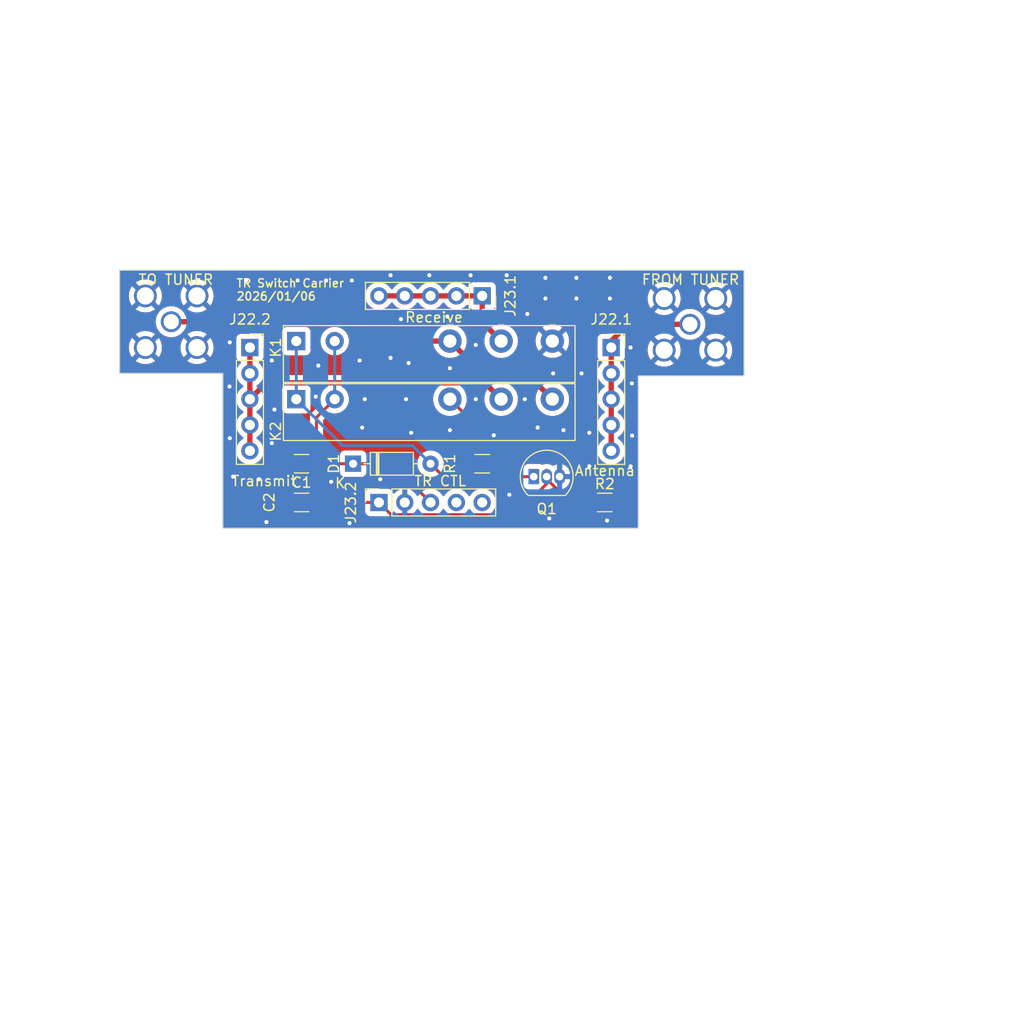
<source format=kicad_pcb>
(kicad_pcb (version 20241229) (generator "pcbnew") (generator_version "9.0")
  (layers (0 "F.Cu" signal) (2 "B.Cu" signal) (13 "F.Paste" user) (15 "B.Paste" user) (5 "F.SilkS" user "F.Silkscreen") (7 "B.SilkS" user "B.Silkscreen") (1 "F.Mask" user) (3 "B.Mask" user) (25 "Edge.Cuts" user))
  (net 0 "")
  (net 1 "GND")
  (net 2 "Net-(D1-K)")
  (net 3 "/TX")
  (net 4 "Net-(D1-A)")
  (net 5 "/ANT")
  (net 6 "Net-(J22.2-Pin_1)")
  (net 7 "Net-(J23.1-Pin_1)")
  (net 10 "Net-(K2-Pad12)")
  (footprint "" (layer "F.Cu") (at 115.062 78.994)
    (property "Reference" "" (at 0 0 0) (layer "F.SilkS") (effects (font (size 1.27 1.27))))
    (property "Value" "")
    (pad "2" thru_hole circle (at 0 0) (size 2.25 2.25) (drill 1.7) (layers "*.Cu" "*.Mask") (net 1 "GND"))
  )
  (footprint "" (layer "F.Cu") (at 115.062 84.074)
    (property "Reference" "" (at 0 0 0) (layer "F.SilkS") (effects (font (size 1.27 1.27))))
    (property "Value" "")
    (pad "2" thru_hole circle (at 0 0) (size 2.25 2.25) (drill 1.7) (layers "*.Cu" "*.Mask") (net 1 "GND"))
  )
  (footprint "" (layer "F.Cu") (at 69.088 78.74)
    (property "Reference" "" (at 0 0 0) (layer "F.SilkS") (effects (font (size 1.27 1.27))))
    (property "Value" "")
    (pad "2" thru_hole circle (at 0 0) (size 2.25 2.25) (drill 1.7) (layers "*.Cu" "*.Mask") (net 1 "GND"))
  )
  (footprint "Resistor_SMD:R_1206_3216Metric" (layer "F.Cu") (at 109.22 99.06)
    (property "Reference" "R2" (at 0 -1.82 0) (layer "F.SilkS"))
    (property "Value" "10k")
    (fp_line (start -0.727064 -0.91) (end 0.727064 -0.91) (stroke (width 0.12)) (layer "F.SilkS"))
    (fp_line (start -0.727064 0.91) (end 0.727064 0.91) (stroke (width 0.12)) (layer "F.SilkS"))
    (pad "1" smd roundrect (at -1.4625 0) (size 1.125 1.75) (layers "F.Cu" "F.Mask" "F.Paste") (roundrect_rratio 0.2222222222) (net 3 "/TX"))
    (pad "2" smd roundrect (at 1.4625 0) (size 1.125 1.75) (layers "F.Cu" "F.Mask" "F.Paste") (roundrect_rratio 0.2222222222) (net 1 "GND"))
  )
  (footprint "Resistor_SMD:R_1206_3216Metric" (layer "F.Cu") (at 97.155 95.25)
    (property "Reference" "R1" (at -3.175 0 90) (layer "F.SilkS"))
    (property "Value" "50R")
    (fp_line (start -0.727064 -0.91) (end 0.727064 -0.91) (stroke (width 0.12)) (layer "F.SilkS"))
    (fp_line (start -0.727064 0.91) (end 0.727064 0.91) (stroke (width 0.12)) (layer "F.SilkS"))
    (pad "1" smd roundrect (at -1.4625 0) (size 1.125 1.75) (layers "F.Cu" "F.Mask" "F.Paste") (roundrect_rratio 0.2222222222) (net 10 "Net-(K2-Pad12)"))
    (pad "2" smd roundrect (at 1.4625 0) (size 1.125 1.75) (layers "F.Cu" "F.Mask" "F.Paste") (roundrect_rratio 0.2222222222) (net 1 "GND"))
  )
  (footprint "" (layer "F.Cu") (at 120.142 84.074)
    (property "Reference" "" (at 0 0 0) (layer "F.SilkS") (effects (font (size 1.27 1.27))))
    (property "Value" "")
    (pad "2" thru_hole circle (at 0 0) (size 2.25 2.25) (drill 1.7) (layers "*.Cu" "*.Mask") (net 1 "GND"))
  )
  (footprint "T41_Library:Relay_SPDT_HF41F12-ZS" (layer "F.Cu") (at 78.86 88.9)
    (property "Reference" "K2" (at -2.025 3.175 270) (layer "F.SilkS"))
    (property "Value" "HF41F/12-ZS")
    (fp_rect (start 27.432 -1.524) (end -1.27 4.064) (stroke (width 0.12)) (fill no) (layer "F.SilkS"))
    (pad "11" thru_hole circle (at 20.16 0 90) (size 2.3 2.3) (drill 1.3) (layers "*.Cu" "*.Mask") (net 6 "Net-(J22.2-Pin_1)"))
    (pad "12" thru_hole circle (at 15.12 0 90) (size 2.3 2.3) (drill 1.3) (layers "*.Cu" "*.Mask") (net 10 "Net-(K2-Pad12)"))
    (pad "14" thru_hole circle (at 25.2 0 90) (size 2.3 2.3) (drill 1.3) (layers "*.Cu" "*.Mask"))
    (pad "A1" thru_hole rect (at 0 0 90) (size 1.8 1.8) (drill 1) (layers "*.Cu" "*.Mask") (net 4 "Net-(D1-A)"))
    (pad "A2" thru_hole circle (at 3.78 0 90) (size 1.8 1.8) (drill 1) (layers "*.Cu" "*.Mask") (net 2 "Net-(D1-K)"))
  )
  (footprint "Capacitor_SMD:C_1206_3216Metric" (layer "F.Cu") (at 79.375 95.25 180)
    (property "Reference" "C1" (at 0 -1.85 0) (layer "F.SilkS"))
    (property "Value" "0.1uF 50V")
    (fp_line (start -0.711252 0.91) (end 0.711252 0.91) (stroke (width 0.12)) (layer "F.SilkS"))
    (fp_line (start -0.711252 -0.91) (end 0.711252 -0.91) (stroke (width 0.12)) (layer "F.SilkS"))
    (pad "1" smd roundrect (at -1.475 0 180) (size 1.15 1.8) (layers "F.Cu" "F.Mask" "F.Paste") (roundrect_rratio 0.2173913043) (net 2 "Net-(D1-K)"))
    (pad "2" smd roundrect (at 1.475 0 180) (size 1.15 1.8) (layers "F.Cu" "F.Mask" "F.Paste") (roundrect_rratio 0.2173913043) (net 1 "GND"))
  )
  (footprint "Connector_PinSocket_2.54mm:PinSocket_1x05_P2.54mm_Vertical" (layer "F.Cu") (at 74.295 83.82)
    (property "Reference" "J22.2" (at 0 -2.77 0) (layer "F.SilkS"))
    (property "Value" "TRANSMIT")
    (fp_line (start -1.33 1.27) (end -1.33 11.49) (stroke (width 0.12)) (layer "F.SilkS"))
    (fp_line (start -1.33 1.27) (end 1.33 1.27) (stroke (width 0.12)) (layer "F.SilkS"))
    (fp_line (start -1.33 11.49) (end 1.33 11.49) (stroke (width 0.12)) (layer "F.SilkS"))
    (fp_line (start 0 -1.33) (end 1.33 -1.33) (stroke (width 0.12)) (layer "F.SilkS"))
    (fp_line (start 1.33 -1.33) (end 1.33 0) (stroke (width 0.12)) (layer "F.SilkS"))
    (fp_line (start 1.33 1.27) (end 1.33 11.49) (stroke (width 0.12)) (layer "F.SilkS"))
    (pad "1" thru_hole rect (at 0 0) (size 1.7 1.7) (drill 1) (layers "*.Cu" "*.Mask") (net 6 "Net-(J22.2-Pin_1)"))
    (pad "2" thru_hole oval (at 0 2.54) (size 1.7 1.7) (drill 1) (layers "*.Cu" "*.Mask") (net 6 "Net-(J22.2-Pin_1)"))
    (pad "3" thru_hole oval (at 0 5.08) (size 1.7 1.7) (drill 1) (layers "*.Cu" "*.Mask") (net 6 "Net-(J22.2-Pin_1)"))
    (pad "4" thru_hole oval (at 0 7.62) (size 1.7 1.7) (drill 1) (layers "*.Cu" "*.Mask") (net 6 "Net-(J22.2-Pin_1)"))
    (pad "5" thru_hole oval (at 0 10.16) (size 1.7 1.7) (drill 1) (layers "*.Cu" "*.Mask") (net 6 "Net-(J22.2-Pin_1)"))
  )
  (footprint "T41_Library:Relay_SPDT_HF41F12-ZS" (layer "F.Cu") (at 78.86 83.185)
    (property "Reference" "K1" (at -2.025 0.635 90) (layer "F.SilkS"))
    (property "Value" "HF41F/12-ZS")
    (fp_rect (start 27.432 -1.524) (end -1.27 4.064) (stroke (width 0.12)) (fill no) (layer "F.SilkS"))
    (pad "11" thru_hole circle (at 20.16 0 90) (size 2.3 2.3) (drill 1.3) (layers "*.Cu" "*.Mask") (net 7 "Net-(J23.1-Pin_1)"))
    (pad "12" thru_hole circle (at 15.12 0 90) (size 2.3 2.3) (drill 1.3) (layers "*.Cu" "*.Mask"))
    (pad "14" thru_hole circle (at 25.2 0 90) (size 2.3 2.3) (drill 1.3) (layers "*.Cu" "*.Mask") (net 1 "GND"))
    (pad "A1" thru_hole rect (at 0 0 90) (size 1.8 1.8) (drill 1) (layers "*.Cu" "*.Mask") (net 4 "Net-(D1-A)"))
    (pad "A2" thru_hole circle (at 3.78 0 90) (size 1.8 1.8) (drill 1) (layers "*.Cu" "*.Mask") (net 2 "Net-(D1-K)"))
  )
  (footprint "Diode_THT:D_DO-35_SOD27_P7.62mm_Horizontal" (layer "F.Cu") (at 84.455 95.25)
    (property "Reference" "D1" (at -1.905 0 90) (layer "F.SilkS"))
    (property "Value" "1N4148")
    (fp_line (start 1.04 0) (end 1.69 0) (stroke (width 0.12)) (layer "F.SilkS"))
    (fp_line (start 1.69 -1.12) (end 1.69 1.12) (stroke (width 0.12)) (layer "F.SilkS"))
    (fp_line (start 1.69 1.12) (end 5.93 1.12) (stroke (width 0.12)) (layer "F.SilkS"))
    (fp_line (start 2.29 -1.12) (end 2.29 1.12) (stroke (width 0.12)) (layer "F.SilkS"))
    (fp_line (start 2.41 -1.12) (end 2.41 1.12) (stroke (width 0.12)) (layer "F.SilkS"))
    (fp_line (start 2.53 -1.12) (end 2.53 1.12) (stroke (width 0.12)) (layer "F.SilkS"))
    (fp_line (start 5.93 -1.12) (end 1.69 -1.12) (stroke (width 0.12)) (layer "F.SilkS"))
    (fp_line (start 5.93 1.12) (end 5.93 -1.12) (stroke (width 0.12)) (layer "F.SilkS"))
    (fp_line (start 6.58 0) (end 5.93 0) (stroke (width 0.12)) (layer "F.SilkS"))
    (fp_text user "K" (at -1.27 1.905 0) (layer "F.SilkS"))
    (pad "1" thru_hole rect (at 0 0) (size 1.6 1.6) (drill 0.8) (layers "*.Cu" "*.Mask") (net 2 "Net-(D1-K)"))
    (pad "2" thru_hole oval (at 7.62 0) (size 1.6 1.6) (drill 0.8) (layers "*.Cu" "*.Mask") (net 4 "Net-(D1-A)"))
  )
  (footprint "Capacitor_SMD:C_1206_3216Metric" (layer "F.Cu") (at 79.375 99.06 180)
    (property "Reference" "C2" (at 3.175 0 90) (layer "F.SilkS"))
    (property "Value" "0.1uF 50V")
    (fp_line (start -0.711252 0.91) (end 0.711252 0.91) (stroke (width 0.12)) (layer "F.SilkS"))
    (fp_line (start -0.711252 -0.91) (end 0.711252 -0.91) (stroke (width 0.12)) (layer "F.SilkS"))
    (pad "1" smd roundrect (at -1.475 0 180) (size 1.15 1.8) (layers "F.Cu" "F.Mask" "F.Paste") (roundrect_rratio 0.2173913043) (net 3 "/TX"))
    (pad "2" smd roundrect (at 1.475 0 180) (size 1.15 1.8) (layers "F.Cu" "F.Mask" "F.Paste") (roundrect_rratio 0.2173913043) (net 1 "GND"))
  )
  (footprint "Package_TO_SOT_THT:TO-92_Inline" (layer "F.Cu") (at 102.235 96.52)
    (property "Reference" "Q1" (at 1.27 3.175 0) (layer "F.SilkS"))
    (property "Value" "BS170")
    (fp_line (start -0.53 1.85) (end 3.07 1.85) (stroke (width 0.12)) (layer "F.SilkS"))
    (fp_arc (start -0.568478 1.838478) (mid -1.132087 -0.994977) (end 1.27 -2.6) (stroke (width 0.12)) (layer "F.SilkS"))
    (fp_arc (start 1.27 -2.6) (mid 3.672087 -0.994977) (end 3.108478 1.838478) (stroke (width 0.12)) (layer "F.SilkS"))
    (pad "1" thru_hole rect (at 0 0) (size 1.05 1.5) (drill 0.75) (layers "*.Cu" "*.Mask") (net 4 "Net-(D1-A)"))
    (pad "2" thru_hole oval (at 1.27 0) (size 1.05 1.5) (drill 0.75) (layers "*.Cu" "*.Mask") (net 3 "/TX"))
    (pad "3" thru_hole oval (at 2.54 0) (size 1.05 1.5) (drill 0.75) (layers "*.Cu" "*.Mask") (net 1 "GND"))
  )
  (footprint "Connector_PinSocket_2.54mm:PinSocket_1x05_P2.54mm_Vertical" (layer "F.Cu") (at 86.995 99.06 90)
    (property "Reference" "J23.2" (at 0 -2.77 90) (layer "F.SilkS"))
    (property "Value" "TR CTL")
    (fp_line (start 1.33 -1.33) (end 1.33 0) (stroke (width 0.12)) (layer "F.SilkS"))
    (fp_line (start 0 -1.33) (end 1.33 -1.33) (stroke (width 0.12)) (layer "F.SilkS"))
    (fp_line (start 1.33 1.27) (end 1.33 11.49) (stroke (width 0.12)) (layer "F.SilkS"))
    (fp_line (start -1.33 1.27) (end 1.33 1.27) (stroke (width 0.12)) (layer "F.SilkS"))
    (fp_line (start -1.33 1.27) (end -1.33 11.49) (stroke (width 0.12)) (layer "F.SilkS"))
    (fp_line (start -1.33 11.49) (end 1.33 11.49) (stroke (width 0.12)) (layer "F.SilkS"))
    (pad "1" thru_hole rect (at 0 0 90) (size 1.7 1.7) (drill 1) (layers "*.Cu" "*.Mask") (net 3 "/TX"))
    (pad "2" thru_hole oval (at 0 2.54 90) (size 1.7 1.7) (drill 1) (layers "*.Cu" "*.Mask") (net 1 "GND"))
    (pad "3" thru_hole oval (at 0 5.08 90) (size 1.7 1.7) (drill 1) (layers "*.Cu" "*.Mask") (net 2 "Net-(D1-K)"))
    (pad "4" thru_hole oval (at 0 7.62 90) (size 1.7 1.7) (drill 1) (layers "*.Cu" "*.Mask"))
    (pad "5" thru_hole oval (at 0 10.16 90) (size 1.7 1.7) (drill 1) (layers "*.Cu" "*.Mask"))
  )
  (footprint "" (layer "F.Cu") (at 120.142 78.994)
    (property "Reference" "" (at 0 0 0) (layer "F.SilkS") (effects (font (size 1.27 1.27))))
    (property "Value" "")
    (pad "2" thru_hole circle (at 0 0) (size 2.25 2.25) (drill 1.7) (layers "*.Cu" "*.Mask") (net 1 "GND"))
  )
  (footprint "Connector_PinSocket_2.54mm:PinSocket_1x05_P2.54mm_Vertical" (layer "F.Cu") (at 97.155 78.74 -90)
    (property "Reference" "J23.1" (at 0 -2.77 270) (layer "F.SilkS"))
    (property "Value" "RECEIVE")
    (fp_line (start -1.33 11.49) (end 1.33 11.49) (stroke (width 0.12)) (layer "F.SilkS"))
    (fp_line (start -1.33 1.27) (end -1.33 11.49) (stroke (width 0.12)) (layer "F.SilkS"))
    (fp_line (start -1.33 1.27) (end 1.33 1.27) (stroke (width 0.12)) (layer "F.SilkS"))
    (fp_line (start 1.33 1.27) (end 1.33 11.49) (stroke (width 0.12)) (layer "F.SilkS"))
    (fp_line (start 0 -1.33) (end 1.33 -1.33) (stroke (width 0.12)) (layer "F.SilkS"))
    (fp_line (start 1.33 -1.33) (end 1.33 0) (stroke (width 0.12)) (layer "F.SilkS"))
    (pad "1" thru_hole rect (at 0 0 270) (size 1.7 1.7) (drill 1) (layers "*.Cu" "*.Mask") (net 7 "Net-(J23.1-Pin_1)"))
    (pad "2" thru_hole oval (at 0 2.54 270) (size 1.7 1.7) (drill 1) (layers "*.Cu" "*.Mask") (net 7 "Net-(J23.1-Pin_1)"))
    (pad "3" thru_hole oval (at 0 5.08 270) (size 1.7 1.7) (drill 1) (layers "*.Cu" "*.Mask") (net 7 "Net-(J23.1-Pin_1)"))
    (pad "4" thru_hole oval (at 0 7.62 270) (size 1.7 1.7) (drill 1) (layers "*.Cu" "*.Mask") (net 7 "Net-(J23.1-Pin_1)"))
    (pad "5" thru_hole oval (at 0 10.16 270) (size 1.7 1.7) (drill 1) (layers "*.Cu" "*.Mask") (net 7 "Net-(J23.1-Pin_1)"))
  )
  (footprint "" (layer "F.Cu") (at 117.602 81.534)
    (property "Reference" "" (at 0 0 0) (layer "F.SilkS") (effects (font (size 1.27 1.27))))
    (property "Value" "")
    (pad "1" thru_hole circle (at 0 0) (size 2.05 2.05) (drill 1.5) (layers "*.Cu" "*.Mask") (net 5 "/ANT"))
  )
  (footprint "Connector_PinSocket_2.54mm:PinSocket_1x05_P2.54mm_Vertical" (layer "F.Cu") (at 109.855 83.82)
    (property "Reference" "J22.1" (at 0 -2.77 180) (layer "F.SilkS"))
    (property "Value" "ANTENNA")
    (fp_line (start -1.33 1.27) (end -1.33 11.49) (stroke (width 0.12)) (layer "F.SilkS"))
    (fp_line (start -1.33 1.27) (end 1.33 1.27) (stroke (width 0.12)) (layer "F.SilkS"))
    (fp_line (start -1.33 11.49) (end 1.33 11.49) (stroke (width 0.12)) (layer "F.SilkS"))
    (fp_line (start 0 -1.33) (end 1.33 -1.33) (stroke (width 0.12)) (layer "F.SilkS"))
    (fp_line (start 1.33 -1.33) (end 1.33 0) (stroke (width 0.12)) (layer "F.SilkS"))
    (fp_line (start 1.33 1.27) (end 1.33 11.49) (stroke (width 0.12)) (layer "F.SilkS"))
    (pad "1" thru_hole rect (at 0 0) (size 1.7 1.7) (drill 1) (layers "*.Cu" "*.Mask") (net 5 "/ANT"))
    (pad "2" thru_hole oval (at 0 2.54) (size 1.7 1.7) (drill 1) (layers "*.Cu" "*.Mask") (net 5 "/ANT"))
    (pad "3" thru_hole oval (at 0 5.08) (size 1.7 1.7) (drill 1) (layers "*.Cu" "*.Mask") (net 5 "/ANT"))
    (pad "4" thru_hole oval (at 0 7.62) (size 1.7 1.7) (drill 1) (layers "*.Cu" "*.Mask") (net 5 "/ANT"))
    (pad "5" thru_hole oval (at 0 10.16) (size 1.7 1.7) (drill 1) (layers "*.Cu" "*.Mask") (net 5 "/ANT"))
  )
  (footprint "" (layer "F.Cu") (at 69.088 83.82)
    (property "Reference" "" (at 0 0 0) (layer "F.SilkS") (effects (font (size 1.27 1.27))))
    (property "Value" "")
    (pad "2" thru_hole circle (at 0 0) (size 2.25 2.25) (drill 1.7) (layers "*.Cu" "*.Mask") (net 1 "GND"))
  )
  (footprint "" (layer "F.Cu") (at 66.548 81.28)
    (property "Reference" "" (at 0 0 0) (layer "F.SilkS") (effects (font (size 1.27 1.27))))
    (property "Value" "")
    (pad "1" thru_hole circle (at 0 0) (size 2.05 2.05) (drill 1.5) (layers "*.Cu" "*.Mask"))
  )
  (footprint "" (layer "F.Cu") (at 64.008 78.74)
    (property "Reference" "" (at 0 0 0) (layer "F.SilkS") (effects (font (size 1.27 1.27))))
    (property "Value" "")
    (pad "2" thru_hole circle (at 0 0) (size 2.25 2.25) (drill 1.7) (layers "*.Cu" "*.Mask") (net 1 "GND"))
  )
  (footprint "" (layer "F.Cu") (at 64.008 83.82)
    (property "Reference" "" (at 0 0 0) (layer "F.SilkS") (effects (font (size 1.27 1.27))))
    (property "Value" "")
    (pad "2" thru_hole circle (at 0 0) (size 2.25 2.25) (drill 1.7) (layers "*.Cu" "*.Mask") (net 1 "GND"))
  )
  (gr_poly (pts (xy 71.628 86.36) (xy 61.468 86.36) (xy 61.468 76.2) (xy 122.936 76.2) (xy 122.936 86.614) (xy 112.522 86.614) (xy 112.522 101.6) (xy 71.628 101.6)) (stroke (width 0.1)) (fill no) (layer "Edge.Cuts"))
  (gr_text "Transmit" (at 72.39 97.536 0) (layer "F.SilkS") (effects (font (size 1 1)) (justify left bottom)))
  (gr_text "Receive" (at 89.4842 81.4324 0) (layer "F.SilkS") (effects (font (size 1 1)) (justify left bottom)))
  (gr_text "Antenna" (at 106.172 96.52 0) (layer "F.SilkS") (effects (font (size 1 1)) (justify left bottom)))
  (gr_text "FROM TUNER" (at 112.776 77.724 0) (layer "F.SilkS") (effects (font (size 1 1)) (justify left bottom)))
  (gr_text "TR CTL" (at 90.3732 97.536 0) (layer "F.SilkS") (effects (font (size 1 1)) (justify left bottom)))
  (gr_text "TO TUNER" (at 63.246 77.724 0) (layer "F.SilkS") (effects (font (size 1 1)) (justify left bottom)))
  (gr_text "TR Switch Carrier\n2026/01/06" (at 72.898 79.248 0) (layer "F.SilkS") (effects (font (size 0.8 0.8)) (justify left bottom)))
  (segment (start 72.644 79.756) (end 83.312 79.756) (width 0.525) (layer "F.Cu") (net 0))
  (segment (start 83.312 79.756) (end 86.741 83.185) (width 0.525) (layer "F.Cu") (net 0))
  (segment (start 96.393 85.598) (end 100.758 85.598) (width 0.525) (layer "F.Cu") (net 0))
  (segment (start 86.741 83.185) (end 93.98 83.185) (width 0.525) (layer "F.Cu") (net 0))
  (segment (start 93.98 83.185) (end 96.393 85.598) (width 0.525) (layer "F.Cu") (net 0))
  (segment (start 71.12 81.28) (end 72.644 79.756) (width 0.525) (layer "F.Cu") (net 0))
  (segment (start 100.758 85.598) (end 104.06 88.9) (width 0.525) (layer "F.Cu") (net 0))
  (segment (start 66.548 81.28) (end 71.12 81.28) (width 0.525) (layer "F.Cu") (net 0))
  (via (at 102.616 91.694) (size 0.8) (drill 0.4) (layers "F.Cu" "B.Cu") (net 1))
  (via (at 107.696 92.202) (size 0.8) (drill 0.4) (layers "F.Cu" "B.Cu") (net 1))
  (via (at 109.728 76.962) (size 0.8) (drill 0.4) (layers "F.Cu" "B.Cu") (net 1))
  (via (at 84.0994 101.092) (size 0.8) (drill 0.4) (layers "F.Cu" "B.Cu") (net 1))
  (via (at 82.296 97.028) (size 0.8) (drill 0.4) (layers "F.Cu" "B.Cu") (net 1))
  (via (at 78.994 77.216) (size 0.8) (drill 0.4) (layers "F.Cu" "B.Cu") (net 1))
  (via (at 96.52 83.566) (size 0.8) (drill 0.4) (layers "F.Cu" "B.Cu") (net 1))
  (via (at 99.822 98.298) (size 0.8) (drill 0.4) (layers "F.Cu" "B.Cu") (net 1))
  (via (at 88.138 76.708) (size 0.8) (drill 0.4) (layers "F.Cu" "B.Cu") (net 1))
  (via (at 87.122 96.774) (size 0.8) (drill 0.4) (layers "F.Cu" "B.Cu") (net 1))
  (via (at 101.6 80.518) (size 0.8) (drill 0.4) (layers "F.Cu" "B.Cu") (net 1))
  (via (at 107.696 95.504) (size 0.8) (drill 0.4) (layers "F.Cu" "B.Cu") (net 1))
  (via (at 103.378 78.994) (size 0.8) (drill 0.4) (layers "F.Cu" "B.Cu") (net 1))
  (via (at 96.52 88.9) (size 0.8) (drill 0.4) (layers "F.Cu" "B.Cu") (net 1))
  (via (at 85.09 85.09) (size 0.8) (drill 0.4) (layers "F.Cu" "B.Cu") (net 1))
  (via (at 80.772 88.646) (size 0.8) (drill 0.4) (layers "F.Cu" "B.Cu") (net 1))
  (via (at 81.026 85.598) (size 0.8) (drill 0.4) (layers "F.Cu" "B.Cu") (net 1))
  (via (at 91.948 76.708) (size 0.8) (drill 0.4) (layers "F.Cu" "B.Cu") (net 1))
  (via (at 109.728 78.994) (size 0.8) (drill 0.4) (layers "F.Cu" "B.Cu") (net 1))
  (via (at 81.788 77.216) (size 0.8) (drill 0.4) (layers "F.Cu" "B.Cu") (net 1))
  (via (at 84.328 77.216) (size 0.8) (drill 0.4) (layers "F.Cu" "B.Cu") (net 1))
  (via (at 76.454 93.218) (size 0.8) (drill 0.4) (layers "F.Cu" "B.Cu") (net 1))
  (via (at 72.2884 87.6554) (size 0.8) (drill 0.4) (layers "F.Cu" "B.Cu") (net 1))
  (via (at 73.914 77.216) (size 0.8) (drill 0.4) (layers "F.Cu" "B.Cu") (net 1))
  (via (at 103.378 76.962) (size 0.8) (drill 0.4) (layers "F.Cu" "B.Cu") (net 1))
  (via (at 89.916 85.344) (size 0.8) (drill 0.4) (layers "F.Cu" "B.Cu") (net 1))
  (via (at 88.138 84.836) (size 0.8) (drill 0.4) (layers "F.Cu" "B.Cu") (net 1))
  (via (at 89.662 88.9) (size 0.8) (drill 0.4) (layers "F.Cu" "B.Cu") (net 1))
  (via (at 111.76 95.504) (size 0.8) (drill 0.4) (layers "F.Cu" "B.Cu") (net 1))
  (via (at 111.887 87.3506) (size 0.8) (drill 0.4) (layers "F.Cu" "B.Cu") (net 1))
  (via (at 93.98 85.852) (size 0.8) (drill 0.4) (layers "F.Cu" "B.Cu") (net 1))
  (via (at 111.9124 92.4814) (size 0.8) (drill 0.4) (layers "F.Cu" "B.Cu") (net 1))
  (via (at 103.759 100.6348) (size 0.8) (drill 0.4) (layers "F.Cu" "B.Cu") (net 1))
  (via (at 109.4486 100.838) (size 0.8) (drill 0.4) (layers "F.Cu" "B.Cu") (net 1))
  (via (at 104.14 86.36) (size 0.8) (drill 0.4) (layers "F.Cu" "B.Cu") (net 1))
  (via (at 93.726 80.772) (size 0.8) (drill 0.4) (layers "F.Cu" "B.Cu") (net 1))
  (via (at 101.346 88.9) (size 0.8) (drill 0.4) (layers "F.Cu" "B.Cu") (net 1))
  (via (at 106.426 78.994) (size 0.8) (drill 0.4) (layers "F.Cu" "B.Cu") (net 1))
  (via (at 99.568 76.708) (size 0.8) (drill 0.4) (layers "F.Cu" "B.Cu") (net 1))
  (via (at 111.76 83.82) (size 0.8) (drill 0.4) (layers "F.Cu" "B.Cu") (net 1))
  (via (at 98.298 92.456) (size 0.8) (drill 0.4) (layers "F.Cu" "B.Cu") (net 1))
  (via (at 85.344 91.694) (size 0.8) (drill 0.4) (layers "F.Cu" "B.Cu") (net 1))
  (via (at 72.3138 92.7354) (size 0.8) (drill 0.4) (layers "F.Cu" "B.Cu") (net 1))
  (via (at 106.934 86.36) (size 0.8) (drill 0.4) (layers "F.Cu" "B.Cu") (net 1))
  (via (at 75.184 96.774) (size 0.8) (drill 0.4) (layers "F.Cu" "B.Cu") (net 1))
  (via (at 72.3138 83.312) (size 0.8) (drill 0.4) (layers "F.Cu" "B.Cu") (net 1))
  (via (at 89.154 81.026) (size 0.8) (drill 0.4) (layers "F.Cu" "B.Cu") (net 1))
  (via (at 106.426 76.962) (size 0.8) (drill 0.4) (layers "F.Cu" "B.Cu") (net 1))
  (via (at 105.156 91.948) (size 0.8) (drill 0.4) (layers "F.Cu" "B.Cu") (net 1))
  (via (at 72.644 96.52) (size 0.8) (drill 0.4) (layers "F.Cu" "B.Cu") (net 1))
  (via (at 93.98 91.948) (size 0.8) (drill 0.4) (layers "F.Cu" "B.Cu") (net 1))
  (via (at 96.012 76.708) (size 0.8) (drill 0.4) (layers "F.Cu" "B.Cu") (net 1))
  (via (at 75.9206 100.9904) (size 0.8) (drill 0.4) (layers "F.Cu" "B.Cu") (net 1))
  (via (at 76.454 85.09) (size 0.8) (drill 0.4) (layers "F.Cu" "B.Cu") (net 1))
  (via (at 85.598 88.9) (size 0.8) (drill 0.4) (layers "F.Cu" "B.Cu") (net 1))
  (via (at 90.17 92.202) (size 0.8) (drill 0.4) (layers "F.Cu" "B.Cu") (net 1))
  (via (at 76.708 89.916) (size 0.8) (drill 0.4) (layers "F.Cu" "B.Cu") (net 1))
  (segment (start 80.85 90.69) (end 82.64 88.9) (width 0.293) (layer "F.Cu") (net 2))
  (segment (start 88.265 95.25) (end 84.455 95.25) (width 0.293) (layer "F.Cu") (net 2))
  (segment (start 92.075 99.06) (end 88.265 95.25) (width 0.293) (layer "F.Cu") (net 2))
  (segment (start 80.85 95.25) (end 80.85 90.69) (width 0.293) (layer "F.Cu") (net 2))
  (segment (start 80.85 95.25) (end 84.455 95.25) (width 0.293) (layer "F.Cu") (net 2))
  (segment (start 82.64 83.185) (end 82.64 88.9) (width 0.293) (layer "B.Cu") (net 2))
  (segment (start 107.7575 99.06) (end 105.82 99.06) (width 0.293) (layer "F.Cu") (net 3))
  (segment (start 103.505 96.745) (end 103.505 96.52) (width 0.293) (layer "F.Cu") (net 3))
  (segment (start 100.4665 100.2565) (end 103.505 97.218) (width 0.293) (layer "F.Cu") (net 3))
  (segment (start 103.505 97.218) (end 103.505 96.52) (width 0.293) (layer "F.Cu") (net 3))
  (segment (start 80.85 99.06) (end 86.995 99.06) (width 0.293) (layer "F.Cu") (net 3))
  (segment (start 88.1915 100.2565) (end 100.4665 100.2565) (width 0.293) (layer "F.Cu") (net 3))
  (segment (start 105.82 99.06) (end 103.505 96.745) (width 0.293) (layer "F.Cu") (net 3))
  (segment (start 86.995 99.06) (end 88.1915 100.2565) (width 0.293) (layer "F.Cu") (net 3))
  (segment (start 92.075 95.25) (end 93.345 96.52) (width 0.293) (layer "F.Cu") (net 4))
  (segment (start 93.345 96.52) (end 102.235 96.52) (width 0.293) (layer "F.Cu") (net 4))
  (segment (start 90.297 93.472) (end 83.432 93.472) (width 0.293) (layer "B.Cu") (net 4))
  (segment (start 83.432 93.472) (end 78.86 88.9) (width 0.293) (layer "B.Cu") (net 4))
  (segment (start 78.86 88.9) (end 78.86 83.185) (width 0.293) (layer "B.Cu") (net 4))
  (segment (start 92.075 95.25) (end 90.297 93.472) (width 0.293) (layer "B.Cu") (net 4))
  (segment (start 109.855 83.82) (end 109.855 86.36) (width 0.525) (layer "F.Cu") (net 5))
  (segment (start 109.855 86.36) (end 109.855 88.9) (width 0.525) (layer "F.Cu") (net 5))
  (segment (start 109.855 83.82) (end 109.855 83.185) (width 0.525) (layer "F.Cu") (net 5))
  (segment (start 109.855 88.9) (end 109.855 91.44) (width 0.525) (layer "F.Cu") (net 5))
  (segment (start 111.506 81.534) (end 117.602 81.534) (width 0.525) (layer "F.Cu") (net 5))
  (segment (start 109.855 83.185) (end 111.506 81.534) (width 0.525) (layer "F.Cu") (net 5))
  (segment (start 109.855 91.44) (end 109.855 93.98) (width 0.525) (layer "F.Cu") (net 5))
  (segment (start 74.295 88.9) (end 74.295 91.44) (width 0.525) (layer "F.Cu") (net 6))
  (segment (start 97.4075 87.2875) (end 99.02 88.9) (width 0.525) (layer "F.Cu") (net 6))
  (segment (start 75.9075 87.2875) (end 97.4075 87.2875) (width 0.525) (layer "F.Cu") (net 6))
  (segment (start 74.295 88.9) (end 75.9075 87.2875) (width 0.525) (layer "F.Cu") (net 6))
  (segment (start 74.295 91.44) (end 74.295 93.98) (width 0.525) (layer "F.Cu") (net 6))
  (segment (start 74.295 86.36) (end 74.295 88.9) (width 0.525) (layer "F.Cu") (net 6))
  (segment (start 74.295 83.82) (end 74.295 86.36) (width 0.525) (layer "F.Cu") (net 6))
  (segment (start 94.615 78.74) (end 97.155 78.74) (width 0.525) (layer "F.Cu") (net 7))
  (segment (start 97.155 81.32) (end 99.02 83.185) (width 0.525) (layer "F.Cu") (net 7))
  (segment (start 89.535 78.74) (end 92.075 78.74) (width 0.525) (layer "F.Cu") (net 7))
  (segment (start 86.995 78.74) (end 89.535 78.74) (width 0.525) (layer "F.Cu") (net 7))
  (segment (start 92.075 78.74) (end 94.615 78.74) (width 0.525) (layer "F.Cu") (net 7))
  (segment (start 97.155 78.74) (end 97.155 81.32) (width 0.525) (layer "F.Cu") (net 7))
  (segment (start 95.6925 95.25) (end 95.6925 90.6125) (width 0.293) (layer "F.Cu") (net 10))
  (segment (start 95.6925 90.6125) (end 93.98 88.9) (width 0.293) (layer "F.Cu") (net 10))
  (zone (net 1) (net_name "GND") (layers "F.Cu" "B.Cu") (connect_pads (clearance 0.5)) (min_thickness 0.25) (fill yes (thermal_gap 0.5) (thermal_bridge_width 0.5))
    (polygon (pts (xy 61.468 76.2) (xy 61.468 86.36) (xy 71.628 86.36) (xy 71.628 101.6) (xy 112.522 101.6) (xy 112.522 86.614) (xy 122.936 86.614) (xy 122.936 76.2)))
  )
)
</source>
